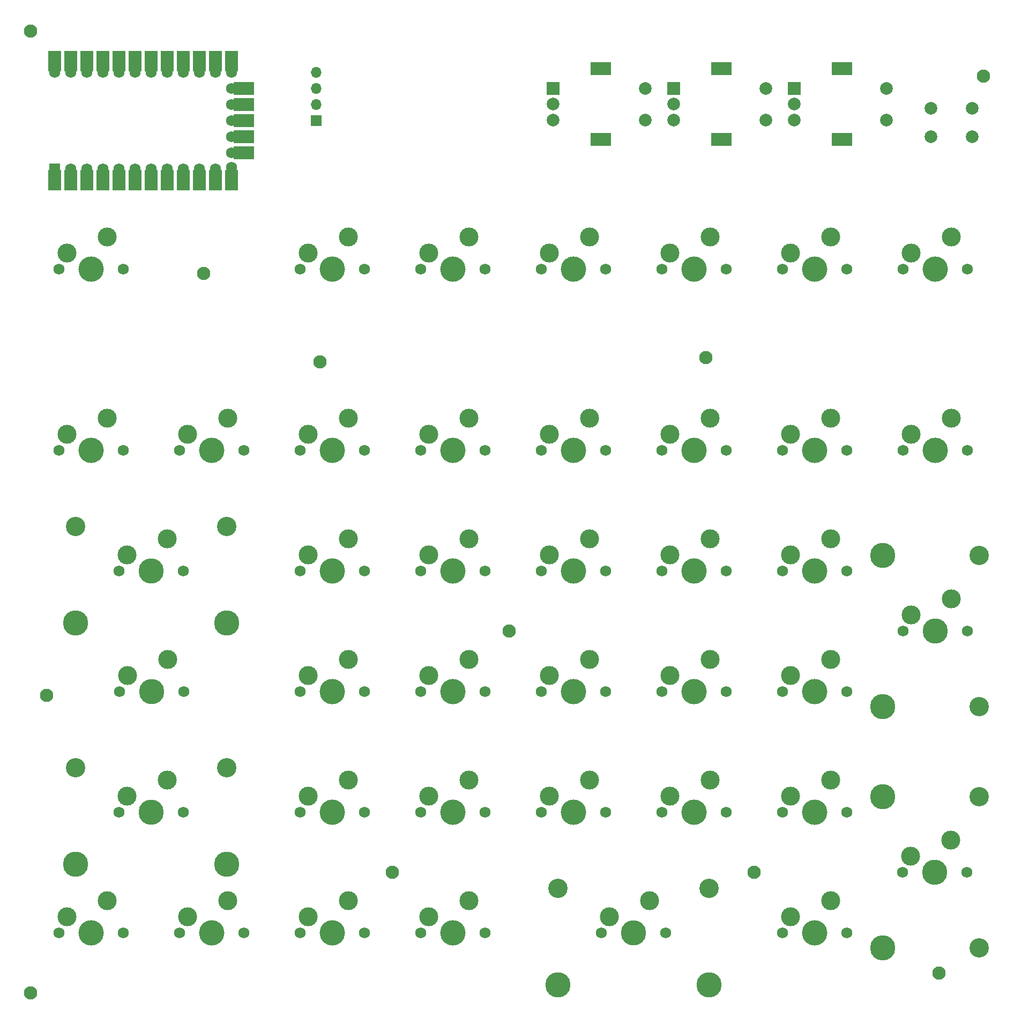
<source format=gbr>
%TF.GenerationSoftware,KiCad,Pcbnew,(5.1.10)-1*%
%TF.CreationDate,2021-08-17T12:27:07-04:00*%
%TF.ProjectId,macropad,6d616372-6f70-4616-942e-6b696361645f,rev?*%
%TF.SameCoordinates,Original*%
%TF.FileFunction,Soldermask,Top*%
%TF.FilePolarity,Negative*%
%FSLAX46Y46*%
G04 Gerber Fmt 4.6, Leading zero omitted, Abs format (unit mm)*
G04 Created by KiCad (PCBNEW (5.1.10)-1) date 2021-08-17 12:27:07*
%MOMM*%
%LPD*%
G01*
G04 APERTURE LIST*
%ADD10R,1.752600X1.752600*%
%ADD11C,1.752600*%
%ADD12R,2.000000X3.250000*%
%ADD13R,3.250000X2.000000*%
%ADD14R,2.000000X2.000000*%
%ADD15C,2.000000*%
%ADD16R,3.200000X2.000000*%
%ADD17C,2.100000*%
%ADD18C,3.000000*%
%ADD19C,4.000000*%
%ADD20C,1.750000*%
%ADD21O,1.700000X1.700000*%
%ADD22R,1.700000X1.700000*%
%ADD23C,3.987800*%
%ADD24C,3.048000*%
G04 APERTURE END LIST*
D10*
%TO.C,U1*%
X43180000Y-46990000D03*
D11*
X45720000Y-46990000D03*
X48260000Y-46990000D03*
X50800000Y-46990000D03*
X53340000Y-46990000D03*
X55880000Y-46990000D03*
X58420000Y-46990000D03*
X60960000Y-46990000D03*
X63500000Y-46990000D03*
X66040000Y-46990000D03*
X68580000Y-46990000D03*
X71120000Y-31750000D03*
X68580000Y-31750000D03*
X66040000Y-31750000D03*
X63500000Y-31750000D03*
X60960000Y-31750000D03*
X58420000Y-31750000D03*
X55880000Y-31750000D03*
X53340000Y-31750000D03*
X50800000Y-31750000D03*
X48260000Y-31750000D03*
X45720000Y-31750000D03*
X71120000Y-46761400D03*
X43180000Y-31750000D03*
X71120000Y-34290000D03*
X71120000Y-36830000D03*
X71120000Y-39370000D03*
X71120000Y-41910000D03*
X71120000Y-44450000D03*
D12*
X43180000Y-48768000D03*
X45720000Y-48768000D03*
X48260000Y-48768000D03*
X50800000Y-48768000D03*
X53340000Y-48768000D03*
X55880000Y-48768000D03*
X58420000Y-48768000D03*
X60960000Y-48768000D03*
X63500000Y-48768000D03*
X66040000Y-48768000D03*
X68580000Y-48768000D03*
X71120000Y-48768000D03*
X71120000Y-29972000D03*
X68580000Y-29972000D03*
X66040000Y-29972000D03*
X63500000Y-29972000D03*
X60960000Y-29972000D03*
X58420000Y-29972000D03*
X55880000Y-29972000D03*
X53340000Y-29972000D03*
X50800000Y-29972000D03*
X48260000Y-29972000D03*
X45720000Y-29972000D03*
X43180000Y-29972000D03*
D13*
X73025000Y-44450000D03*
X73025000Y-41910000D03*
X73025000Y-39370000D03*
X73025000Y-36830000D03*
X73025000Y-34290000D03*
%TD*%
D14*
%TO.C,SW43*%
X140970000Y-34290000D03*
D15*
X140970000Y-36790000D03*
X140970000Y-39290000D03*
D16*
X148470000Y-31190000D03*
X148470000Y-42390000D03*
D15*
X155470000Y-34290000D03*
X155470000Y-39290000D03*
%TD*%
D17*
%TO.C,REF\u002A\u002A*%
X39370000Y-177165000D03*
%TD*%
D15*
%TO.C,SW45*%
X188110000Y-37465000D03*
X188110000Y-41965000D03*
X181610000Y-37465000D03*
X181610000Y-41965000D03*
%TD*%
D17*
%TO.C,REF\u002A\u002A*%
X153670000Y-158115000D03*
%TD*%
%TO.C,REF\u002A\u002A*%
X96520000Y-158115000D03*
%TD*%
%TO.C,REF\u002A\u002A*%
X66675000Y-63500000D03*
%TD*%
D18*
%TO.C,SW10*%
X83185000Y-60325000D03*
X89535000Y-57785000D03*
D19*
X86995000Y-62865000D03*
D20*
X81915000Y-62865000D03*
X92075000Y-62865000D03*
%TD*%
D14*
%TO.C,SW44*%
X160020000Y-34290000D03*
D15*
X160020000Y-36790000D03*
X160020000Y-39290000D03*
D16*
X167520000Y-31190000D03*
X167520000Y-42390000D03*
D15*
X174520000Y-34290000D03*
X174520000Y-39290000D03*
%TD*%
D14*
%TO.C,SW7*%
X121920000Y-34290000D03*
D15*
X121920000Y-36790000D03*
X121920000Y-39290000D03*
D16*
X129420000Y-31190000D03*
X129420000Y-42390000D03*
D15*
X136420000Y-34290000D03*
X136420000Y-39290000D03*
%TD*%
D21*
%TO.C,J1*%
X84455000Y-31750000D03*
X84455000Y-34290000D03*
X84455000Y-36830000D03*
D22*
X84455000Y-39370000D03*
%TD*%
D17*
%TO.C,REF\u002A\u002A*%
X146050000Y-76835000D03*
%TD*%
%TO.C,REF\u002A\u002A*%
X85090000Y-77470000D03*
%TD*%
%TO.C,REF\u002A\u002A*%
X114935000Y-120015000D03*
%TD*%
%TO.C,REF\u002A\u002A*%
X41910000Y-130175000D03*
%TD*%
%TO.C,REF\u002A\u002A*%
X182880000Y-173990000D03*
%TD*%
%TO.C,REF\u002A\u002A*%
X189865000Y-32385000D03*
%TD*%
%TO.C,REF\u002A\u002A*%
X39370000Y-25273000D03*
%TD*%
D20*
%TO.C,SW4*%
X63530251Y-129586310D03*
X53370251Y-129586310D03*
D18*
X54640251Y-127046310D03*
D23*
X58450251Y-129586310D03*
D18*
X60990251Y-124506310D03*
%TD*%
D23*
%TO.C,SW42*%
X173929021Y-170014194D03*
D18*
X178374021Y-155536194D03*
D24*
X189169021Y-170014194D03*
D23*
X182184021Y-158076194D03*
D18*
X184724021Y-152996194D03*
D20*
X187264021Y-158076194D03*
D24*
X189169021Y-146138194D03*
D23*
X173929021Y-146138194D03*
D20*
X177104021Y-158076194D03*
%TD*%
D23*
%TO.C,SW41*%
X173953924Y-131942880D03*
D18*
X178398924Y-117464880D03*
D24*
X189193924Y-131942880D03*
D23*
X182208924Y-120004880D03*
D18*
X184748924Y-114924880D03*
D20*
X187288924Y-120004880D03*
D24*
X189193924Y-108066880D03*
D23*
X173953924Y-108066880D03*
D20*
X177128924Y-120004880D03*
%TD*%
%TO.C,SW40*%
X187325000Y-91440000D03*
X177165000Y-91440000D03*
D19*
X182245000Y-91440000D03*
D18*
X184785000Y-86360000D03*
X178435000Y-88900000D03*
%TD*%
%TO.C,SW39*%
X178435000Y-60325000D03*
X184785000Y-57785000D03*
D19*
X182245000Y-62865000D03*
D20*
X177165000Y-62865000D03*
X187325000Y-62865000D03*
%TD*%
%TO.C,SW38*%
X168275000Y-167640000D03*
X158115000Y-167640000D03*
D19*
X163195000Y-167640000D03*
D18*
X165735000Y-162560000D03*
X159385000Y-165100000D03*
%TD*%
D20*
%TO.C,SW37*%
X168275000Y-148590000D03*
X158115000Y-148590000D03*
D19*
X163195000Y-148590000D03*
D18*
X165735000Y-143510000D03*
X159385000Y-146050000D03*
%TD*%
D20*
%TO.C,SW36*%
X168275000Y-129540000D03*
X158115000Y-129540000D03*
D19*
X163195000Y-129540000D03*
D18*
X165735000Y-124460000D03*
X159385000Y-127000000D03*
%TD*%
D20*
%TO.C,SW35*%
X168275000Y-110490000D03*
X158115000Y-110490000D03*
D19*
X163195000Y-110490000D03*
D18*
X165735000Y-105410000D03*
X159385000Y-107950000D03*
%TD*%
D20*
%TO.C,SW34*%
X168275000Y-91440000D03*
X158115000Y-91440000D03*
D19*
X163195000Y-91440000D03*
D18*
X165735000Y-86360000D03*
X159385000Y-88900000D03*
%TD*%
%TO.C,SW33*%
X159385000Y-60325000D03*
X165735000Y-57785000D03*
D19*
X163195000Y-62865000D03*
D20*
X158115000Y-62865000D03*
X168275000Y-62865000D03*
%TD*%
%TO.C,SW32*%
X149225000Y-148590000D03*
X139065000Y-148590000D03*
D19*
X144145000Y-148590000D03*
D18*
X146685000Y-143510000D03*
X140335000Y-146050000D03*
%TD*%
D20*
%TO.C,SW31*%
X149225000Y-129540000D03*
X139065000Y-129540000D03*
D19*
X144145000Y-129540000D03*
D18*
X146685000Y-124460000D03*
X140335000Y-127000000D03*
%TD*%
D20*
%TO.C,SW30*%
X149225000Y-110490000D03*
X139065000Y-110490000D03*
D19*
X144145000Y-110490000D03*
D18*
X146685000Y-105410000D03*
X140335000Y-107950000D03*
%TD*%
D20*
%TO.C,SW29*%
X149225000Y-91440000D03*
X139065000Y-91440000D03*
D19*
X144145000Y-91440000D03*
D18*
X146685000Y-86360000D03*
X140335000Y-88900000D03*
%TD*%
%TO.C,SW28*%
X140335000Y-60325000D03*
X146685000Y-57785000D03*
D19*
X144145000Y-62865000D03*
D20*
X139065000Y-62865000D03*
X149225000Y-62865000D03*
%TD*%
D23*
%TO.C,SW27*%
X122682000Y-175895000D03*
X146558000Y-175895000D03*
D24*
X122682000Y-160655000D03*
X146558000Y-160655000D03*
D20*
X139700000Y-167640000D03*
X129540000Y-167640000D03*
D18*
X130810000Y-165100000D03*
D23*
X134620000Y-167640000D03*
D18*
X137160000Y-162560000D03*
%TD*%
D20*
%TO.C,SW26*%
X130175000Y-148590000D03*
X120015000Y-148590000D03*
D19*
X125095000Y-148590000D03*
D18*
X127635000Y-143510000D03*
X121285000Y-146050000D03*
%TD*%
D20*
%TO.C,SW25*%
X130175000Y-129540000D03*
X120015000Y-129540000D03*
D19*
X125095000Y-129540000D03*
D18*
X127635000Y-124460000D03*
X121285000Y-127000000D03*
%TD*%
D20*
%TO.C,SW24*%
X130175000Y-110490000D03*
X120015000Y-110490000D03*
D19*
X125095000Y-110490000D03*
D18*
X127635000Y-105410000D03*
X121285000Y-107950000D03*
%TD*%
D20*
%TO.C,SW23*%
X130175000Y-91440000D03*
X120015000Y-91440000D03*
D19*
X125095000Y-91440000D03*
D18*
X127635000Y-86360000D03*
X121285000Y-88900000D03*
%TD*%
%TO.C,SW22*%
X121285000Y-60325000D03*
X127635000Y-57785000D03*
D19*
X125095000Y-62865000D03*
D20*
X120015000Y-62865000D03*
X130175000Y-62865000D03*
%TD*%
%TO.C,SW21*%
X111125000Y-167640000D03*
X100965000Y-167640000D03*
D19*
X106045000Y-167640000D03*
D18*
X108585000Y-162560000D03*
X102235000Y-165100000D03*
%TD*%
D20*
%TO.C,SW20*%
X111125000Y-148590000D03*
X100965000Y-148590000D03*
D19*
X106045000Y-148590000D03*
D18*
X108585000Y-143510000D03*
X102235000Y-146050000D03*
%TD*%
D20*
%TO.C,SW19*%
X111125000Y-129540000D03*
X100965000Y-129540000D03*
D19*
X106045000Y-129540000D03*
D18*
X108585000Y-124460000D03*
X102235000Y-127000000D03*
%TD*%
D20*
%TO.C,SW18*%
X111125000Y-110490000D03*
X100965000Y-110490000D03*
D19*
X106045000Y-110490000D03*
D18*
X108585000Y-105410000D03*
X102235000Y-107950000D03*
%TD*%
D20*
%TO.C,SW17*%
X111125000Y-91440000D03*
X100965000Y-91440000D03*
D19*
X106045000Y-91440000D03*
D18*
X108585000Y-86360000D03*
X102235000Y-88900000D03*
%TD*%
%TO.C,SW16*%
X102235000Y-60325000D03*
X108585000Y-57785000D03*
D19*
X106045000Y-62865000D03*
D20*
X100965000Y-62865000D03*
X111125000Y-62865000D03*
%TD*%
%TO.C,SW15*%
X92075000Y-167640000D03*
X81915000Y-167640000D03*
D19*
X86995000Y-167640000D03*
D18*
X89535000Y-162560000D03*
X83185000Y-165100000D03*
%TD*%
D20*
%TO.C,SW14*%
X92075000Y-148590000D03*
X81915000Y-148590000D03*
D19*
X86995000Y-148590000D03*
D18*
X89535000Y-143510000D03*
X83185000Y-146050000D03*
%TD*%
D20*
%TO.C,SW13*%
X92075000Y-129540000D03*
X81915000Y-129540000D03*
D19*
X86995000Y-129540000D03*
D18*
X89535000Y-124460000D03*
X83185000Y-127000000D03*
%TD*%
D20*
%TO.C,SW12*%
X92075000Y-110490000D03*
X81915000Y-110490000D03*
D19*
X86995000Y-110490000D03*
D18*
X89535000Y-105410000D03*
X83185000Y-107950000D03*
%TD*%
D20*
%TO.C,SW11*%
X92075000Y-91440000D03*
X81915000Y-91440000D03*
D19*
X86995000Y-91440000D03*
D18*
X89535000Y-86360000D03*
X83185000Y-88900000D03*
%TD*%
D20*
%TO.C,SW9*%
X73025000Y-167640000D03*
X62865000Y-167640000D03*
D19*
X67945000Y-167640000D03*
D18*
X70485000Y-162560000D03*
X64135000Y-165100000D03*
%TD*%
D20*
%TO.C,SW8*%
X73025000Y-91440000D03*
X62865000Y-91440000D03*
D19*
X67945000Y-91440000D03*
D18*
X70485000Y-86360000D03*
X64135000Y-88900000D03*
%TD*%
D20*
%TO.C,SW6*%
X53975000Y-167640000D03*
X43815000Y-167640000D03*
D19*
X48895000Y-167640000D03*
D18*
X51435000Y-162560000D03*
X45085000Y-165100000D03*
%TD*%
D23*
%TO.C,SW5*%
X46482000Y-156845000D03*
X70358000Y-156845000D03*
D24*
X46482000Y-141605000D03*
X70358000Y-141605000D03*
D20*
X63500000Y-148590000D03*
X53340000Y-148590000D03*
D18*
X54610000Y-146050000D03*
D23*
X58420000Y-148590000D03*
D18*
X60960000Y-143510000D03*
%TD*%
D23*
%TO.C,SW3*%
X46482000Y-118745000D03*
X70358000Y-118745000D03*
D24*
X46482000Y-103505000D03*
X70358000Y-103505000D03*
D20*
X63500000Y-110490000D03*
X53340000Y-110490000D03*
D18*
X54610000Y-107950000D03*
D23*
X58420000Y-110490000D03*
D18*
X60960000Y-105410000D03*
%TD*%
D20*
%TO.C,SW2*%
X53975000Y-91440000D03*
X43815000Y-91440000D03*
D19*
X48895000Y-91440000D03*
D18*
X51435000Y-86360000D03*
X45085000Y-88900000D03*
%TD*%
%TO.C,SW1*%
X45085000Y-60325000D03*
X51435000Y-57785000D03*
D19*
X48895000Y-62865000D03*
D20*
X43815000Y-62865000D03*
X53975000Y-62865000D03*
%TD*%
M02*

</source>
